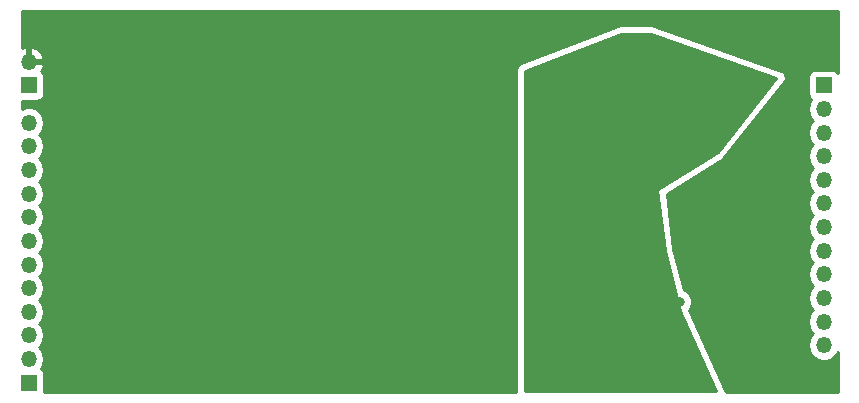
<source format=gbr>
G04 #@! TF.GenerationSoftware,KiCad,Pcbnew,(5.0.2)-1*
G04 #@! TF.CreationDate,2019-04-18T12:23:36+05:30*
G04 #@! TF.ProjectId,ti_based,74695f62-6173-4656-942e-6b696361645f,rev?*
G04 #@! TF.SameCoordinates,Original*
G04 #@! TF.FileFunction,Copper,L2,Bot*
G04 #@! TF.FilePolarity,Positive*
%FSLAX46Y46*%
G04 Gerber Fmt 4.6, Leading zero omitted, Abs format (unit mm)*
G04 Created by KiCad (PCBNEW (5.0.2)-1) date 18/04/2019 12:23:36*
%MOMM*%
%LPD*%
G01*
G04 APERTURE LIST*
G04 #@! TA.AperFunction,ComponentPad*
%ADD10R,1.350000X1.350000*%
G04 #@! TD*
G04 #@! TA.AperFunction,ComponentPad*
%ADD11O,1.350000X1.350000*%
G04 #@! TD*
G04 #@! TA.AperFunction,ViaPad*
%ADD12C,0.800000*%
G04 #@! TD*
G04 #@! TA.AperFunction,Conductor*
%ADD13C,0.250000*%
G04 #@! TD*
G04 #@! TA.AperFunction,Conductor*
%ADD14C,0.254000*%
G04 #@! TD*
G04 APERTURE END LIST*
D10*
G04 #@! TO.P,J1,1*
G04 #@! TO.N,/RAW*
X52070000Y-35560000D03*
D11*
G04 #@! TO.P,J1,2*
G04 #@! TO.N,/AGND*
X52070000Y-33560000D03*
G04 #@! TD*
G04 #@! TO.P,J2,12*
G04 #@! TO.N,Net-(J2-Pad12)*
X52070000Y-38735000D03*
G04 #@! TO.P,J2,11*
G04 #@! TO.N,Net-(J2-Pad11)*
X52070000Y-40735000D03*
G04 #@! TO.P,J2,10*
G04 #@! TO.N,Net-(J2-Pad10)*
X52070000Y-42735000D03*
G04 #@! TO.P,J2,9*
G04 #@! TO.N,Net-(J2-Pad9)*
X52070000Y-44735000D03*
G04 #@! TO.P,J2,8*
G04 #@! TO.N,Net-(J2-Pad8)*
X52070000Y-46735000D03*
G04 #@! TO.P,J2,7*
G04 #@! TO.N,Net-(J2-Pad7)*
X52070000Y-48735000D03*
G04 #@! TO.P,J2,6*
G04 #@! TO.N,Net-(J2-Pad6)*
X52070000Y-50735000D03*
G04 #@! TO.P,J2,5*
G04 #@! TO.N,Net-(J2-Pad5)*
X52070000Y-52735000D03*
G04 #@! TO.P,J2,4*
G04 #@! TO.N,Net-(J2-Pad4)*
X52070000Y-54735000D03*
G04 #@! TO.P,J2,3*
G04 #@! TO.N,Net-(J2-Pad3)*
X52070000Y-56735000D03*
G04 #@! TO.P,J2,2*
G04 #@! TO.N,Net-(J2-Pad2)*
X52070000Y-58735000D03*
D10*
G04 #@! TO.P,J2,1*
G04 #@! TO.N,Net-(J2-Pad1)*
X52070000Y-60735000D03*
G04 #@! TD*
G04 #@! TO.P,J3,1*
G04 #@! TO.N,Net-(IC3-Pad47)*
X119380000Y-35560000D03*
D11*
G04 #@! TO.P,J3,2*
G04 #@! TO.N,Net-(IC3-Pad46)*
X119380000Y-37560000D03*
G04 #@! TO.P,J3,3*
G04 #@! TO.N,Net-(IC3-Pad45)*
X119380000Y-39560000D03*
G04 #@! TO.P,J3,4*
G04 #@! TO.N,Net-(IC3-Pad44)*
X119380000Y-41560000D03*
G04 #@! TO.P,J3,5*
G04 #@! TO.N,Net-(IC3-Pad43)*
X119380000Y-43560000D03*
G04 #@! TO.P,J3,6*
G04 #@! TO.N,Net-(IC3-Pad42)*
X119380000Y-45560000D03*
G04 #@! TO.P,J3,7*
G04 #@! TO.N,Net-(IC3-Pad40)*
X119380000Y-47560000D03*
G04 #@! TO.P,J3,8*
G04 #@! TO.N,Net-(IC3-Pad39)*
X119380000Y-49560000D03*
G04 #@! TO.P,J3,9*
G04 #@! TO.N,Net-(IC3-Pad38)*
X119380000Y-51560000D03*
G04 #@! TO.P,J3,10*
G04 #@! TO.N,Net-(IC3-Pad37)*
X119380000Y-53560000D03*
G04 #@! TO.P,J3,11*
G04 #@! TO.N,Net-(IC3-Pad36)*
X119380000Y-55560000D03*
G04 #@! TO.P,J3,12*
G04 #@! TO.N,Net-(IC3-Pad34)*
X119380000Y-57560000D03*
G04 #@! TD*
D12*
G04 #@! TO.N,/AGND*
X114935000Y-37465000D03*
X85725000Y-38100000D03*
X85725000Y-42545000D03*
X85725000Y-46355000D03*
X85725000Y-50165000D03*
X85725000Y-53975000D03*
X85725000Y-57785000D03*
X92710000Y-55245000D03*
X92710000Y-58420000D03*
X92075000Y-46355000D03*
X92710000Y-43815000D03*
X91905102Y-49995102D03*
X110490000Y-51435000D03*
X57261178Y-35079610D03*
X74699658Y-30964342D03*
X65532000Y-32004000D03*
X68580000Y-35306000D03*
X69596000Y-31750000D03*
X73914000Y-36068000D03*
X59182000Y-30480000D03*
X88646000Y-32258000D03*
X118364000Y-30988000D03*
X109220000Y-30480000D03*
X92202000Y-36052010D03*
X102870000Y-30189000D03*
X92202000Y-41654990D03*
X106934000Y-46736000D03*
G04 #@! TO.N,/AVSS*
X109855000Y-37465000D03*
X100330000Y-54610000D03*
X102235000Y-60960000D03*
X107950000Y-60960000D03*
X99060000Y-59690000D03*
X96266000Y-37084000D03*
X104394000Y-43942000D03*
X102366653Y-43175347D03*
X103378000Y-50800000D03*
X107188000Y-53885000D03*
G04 #@! TD*
D13*
G04 #@! TO.N,/AVSS*
X99060000Y-55880000D02*
X100330000Y-54610000D01*
X99060000Y-59690000D02*
X99060000Y-55880000D01*
X109474000Y-37084000D02*
X109855000Y-37465000D01*
X96266000Y-37084000D02*
X109474000Y-37084000D01*
X109855000Y-38481000D02*
X109855000Y-37465000D01*
X104394000Y-43942000D02*
X109855000Y-38481000D01*
X103627347Y-43175347D02*
X104394000Y-43942000D01*
X102366653Y-43175347D02*
X103627347Y-43175347D01*
X103994001Y-44341999D02*
X103994001Y-50183999D01*
X104394000Y-43942000D02*
X103994001Y-44341999D01*
X103994001Y-50183999D02*
X103378000Y-50800000D01*
X100330000Y-53848000D02*
X103378000Y-50800000D01*
X100330000Y-54610000D02*
X100330000Y-53848000D01*
X103378000Y-50800000D02*
X104103000Y-50800000D01*
X104103000Y-50800000D02*
X107188000Y-53885000D01*
X100965000Y-59690000D02*
X102235000Y-60960000D01*
X99060000Y-59690000D02*
X100965000Y-59690000D01*
X107550001Y-61359999D02*
X107950000Y-60960000D01*
X102634999Y-61359999D02*
X107550001Y-61359999D01*
X102235000Y-60960000D02*
X102634999Y-61359999D01*
G04 #@! TD*
D14*
G04 #@! TO.N,/AGND*
G36*
X120575001Y-31680070D02*
X120575000Y-31680075D01*
X120575000Y-34520266D01*
X120512809Y-34427191D01*
X120302765Y-34286843D01*
X120055000Y-34237560D01*
X118705000Y-34237560D01*
X118457235Y-34286843D01*
X118247191Y-34427191D01*
X118106843Y-34637235D01*
X118057560Y-34885000D01*
X118057560Y-36235000D01*
X118106843Y-36482765D01*
X118247191Y-36692809D01*
X118341714Y-36755968D01*
X118146007Y-37048864D01*
X118044336Y-37560000D01*
X118146007Y-38071136D01*
X118435543Y-38504457D01*
X118518669Y-38560000D01*
X118435543Y-38615543D01*
X118146007Y-39048864D01*
X118044336Y-39560000D01*
X118146007Y-40071136D01*
X118435543Y-40504457D01*
X118518669Y-40560000D01*
X118435543Y-40615543D01*
X118146007Y-41048864D01*
X118044336Y-41560000D01*
X118146007Y-42071136D01*
X118435543Y-42504457D01*
X118518669Y-42560000D01*
X118435543Y-42615543D01*
X118146007Y-43048864D01*
X118044336Y-43560000D01*
X118146007Y-44071136D01*
X118435543Y-44504457D01*
X118518669Y-44560000D01*
X118435543Y-44615543D01*
X118146007Y-45048864D01*
X118044336Y-45560000D01*
X118146007Y-46071136D01*
X118435543Y-46504457D01*
X118518669Y-46560000D01*
X118435543Y-46615543D01*
X118146007Y-47048864D01*
X118044336Y-47560000D01*
X118146007Y-48071136D01*
X118435543Y-48504457D01*
X118518669Y-48560000D01*
X118435543Y-48615543D01*
X118146007Y-49048864D01*
X118044336Y-49560000D01*
X118146007Y-50071136D01*
X118435543Y-50504457D01*
X118518669Y-50560000D01*
X118435543Y-50615543D01*
X118146007Y-51048864D01*
X118044336Y-51560000D01*
X118146007Y-52071136D01*
X118435543Y-52504457D01*
X118518669Y-52560000D01*
X118435543Y-52615543D01*
X118146007Y-53048864D01*
X118044336Y-53560000D01*
X118146007Y-54071136D01*
X118435543Y-54504457D01*
X118518669Y-54560000D01*
X118435543Y-54615543D01*
X118146007Y-55048864D01*
X118044336Y-55560000D01*
X118146007Y-56071136D01*
X118435543Y-56504457D01*
X118518669Y-56560000D01*
X118435543Y-56615543D01*
X118146007Y-57048864D01*
X118044336Y-57560000D01*
X118146007Y-58071136D01*
X118435543Y-58504457D01*
X118868864Y-58793993D01*
X119250978Y-58870000D01*
X119509022Y-58870000D01*
X119891136Y-58793993D01*
X120324457Y-58504457D01*
X120575001Y-58129492D01*
X120575001Y-61520000D01*
X111112102Y-61520000D01*
X111068083Y-61332235D01*
X107985705Y-54551006D01*
X108065431Y-54471280D01*
X108223000Y-54090874D01*
X108223000Y-53679126D01*
X108065431Y-53298720D01*
X107774280Y-53007569D01*
X107545214Y-52912687D01*
X106670340Y-49413190D01*
X106090389Y-44773579D01*
X110826549Y-41813479D01*
X110985852Y-41671681D01*
X116065852Y-35321681D01*
X116168799Y-35136341D01*
X116204095Y-34891103D01*
X116142855Y-34651026D01*
X115994404Y-34452659D01*
X115781341Y-34326201D01*
X104986341Y-30516201D01*
X104775000Y-30480000D01*
X102235000Y-30480000D01*
X102007048Y-30522326D01*
X93752048Y-33697326D01*
X93530987Y-33840987D01*
X93393336Y-34046996D01*
X93345000Y-34290000D01*
X93345000Y-61520000D01*
X53370560Y-61520000D01*
X53392440Y-61410000D01*
X53392440Y-60060000D01*
X53343157Y-59812235D01*
X53202809Y-59602191D01*
X53108286Y-59539032D01*
X53303993Y-59246136D01*
X53405664Y-58735000D01*
X53303993Y-58223864D01*
X53014457Y-57790543D01*
X52931331Y-57735000D01*
X53014457Y-57679457D01*
X53303993Y-57246136D01*
X53405664Y-56735000D01*
X53303993Y-56223864D01*
X53014457Y-55790543D01*
X52931331Y-55735000D01*
X53014457Y-55679457D01*
X53303993Y-55246136D01*
X53405664Y-54735000D01*
X53303993Y-54223864D01*
X53014457Y-53790543D01*
X52931331Y-53735000D01*
X53014457Y-53679457D01*
X53303993Y-53246136D01*
X53405664Y-52735000D01*
X53303993Y-52223864D01*
X53014457Y-51790543D01*
X52931331Y-51735000D01*
X53014457Y-51679457D01*
X53303993Y-51246136D01*
X53405664Y-50735000D01*
X53303993Y-50223864D01*
X53014457Y-49790543D01*
X52931331Y-49735000D01*
X53014457Y-49679457D01*
X53303993Y-49246136D01*
X53405664Y-48735000D01*
X53303993Y-48223864D01*
X53014457Y-47790543D01*
X52931331Y-47735000D01*
X53014457Y-47679457D01*
X53303993Y-47246136D01*
X53405664Y-46735000D01*
X53303993Y-46223864D01*
X53014457Y-45790543D01*
X52931331Y-45735000D01*
X53014457Y-45679457D01*
X53303993Y-45246136D01*
X53405664Y-44735000D01*
X53303993Y-44223864D01*
X53014457Y-43790543D01*
X52931331Y-43735000D01*
X53014457Y-43679457D01*
X53303993Y-43246136D01*
X53405664Y-42735000D01*
X53303993Y-42223864D01*
X53014457Y-41790543D01*
X52931331Y-41735000D01*
X53014457Y-41679457D01*
X53303993Y-41246136D01*
X53405664Y-40735000D01*
X53303993Y-40223864D01*
X53014457Y-39790543D01*
X52931331Y-39735000D01*
X53014457Y-39679457D01*
X53303993Y-39246136D01*
X53405664Y-38735000D01*
X53303993Y-38223864D01*
X53014457Y-37790543D01*
X52581136Y-37501007D01*
X52199022Y-37425000D01*
X51940978Y-37425000D01*
X51558864Y-37501007D01*
X51510000Y-37533657D01*
X51510000Y-36882440D01*
X52745000Y-36882440D01*
X52992765Y-36833157D01*
X53202809Y-36692809D01*
X53343157Y-36482765D01*
X53392440Y-36235000D01*
X53392440Y-34885000D01*
X53343157Y-34637235D01*
X53202809Y-34427191D01*
X53087070Y-34349856D01*
X53199478Y-34223633D01*
X53337910Y-33889400D01*
X53214224Y-33687000D01*
X52197000Y-33687000D01*
X52197000Y-33707000D01*
X51943000Y-33707000D01*
X51943000Y-33687000D01*
X51923000Y-33687000D01*
X51923000Y-33433000D01*
X51943000Y-33433000D01*
X51943000Y-32414910D01*
X52197000Y-32414910D01*
X52197000Y-33433000D01*
X53214224Y-33433000D01*
X53337910Y-33230600D01*
X53199478Y-32896367D01*
X52859540Y-32514651D01*
X52399402Y-32292080D01*
X52197000Y-32414910D01*
X51943000Y-32414910D01*
X51740598Y-32292080D01*
X51510000Y-32403621D01*
X51510000Y-29285000D01*
X120575000Y-29285000D01*
X120575001Y-31680070D01*
X120575001Y-31680070D01*
G37*
X120575001Y-31680070D02*
X120575000Y-31680075D01*
X120575000Y-34520266D01*
X120512809Y-34427191D01*
X120302765Y-34286843D01*
X120055000Y-34237560D01*
X118705000Y-34237560D01*
X118457235Y-34286843D01*
X118247191Y-34427191D01*
X118106843Y-34637235D01*
X118057560Y-34885000D01*
X118057560Y-36235000D01*
X118106843Y-36482765D01*
X118247191Y-36692809D01*
X118341714Y-36755968D01*
X118146007Y-37048864D01*
X118044336Y-37560000D01*
X118146007Y-38071136D01*
X118435543Y-38504457D01*
X118518669Y-38560000D01*
X118435543Y-38615543D01*
X118146007Y-39048864D01*
X118044336Y-39560000D01*
X118146007Y-40071136D01*
X118435543Y-40504457D01*
X118518669Y-40560000D01*
X118435543Y-40615543D01*
X118146007Y-41048864D01*
X118044336Y-41560000D01*
X118146007Y-42071136D01*
X118435543Y-42504457D01*
X118518669Y-42560000D01*
X118435543Y-42615543D01*
X118146007Y-43048864D01*
X118044336Y-43560000D01*
X118146007Y-44071136D01*
X118435543Y-44504457D01*
X118518669Y-44560000D01*
X118435543Y-44615543D01*
X118146007Y-45048864D01*
X118044336Y-45560000D01*
X118146007Y-46071136D01*
X118435543Y-46504457D01*
X118518669Y-46560000D01*
X118435543Y-46615543D01*
X118146007Y-47048864D01*
X118044336Y-47560000D01*
X118146007Y-48071136D01*
X118435543Y-48504457D01*
X118518669Y-48560000D01*
X118435543Y-48615543D01*
X118146007Y-49048864D01*
X118044336Y-49560000D01*
X118146007Y-50071136D01*
X118435543Y-50504457D01*
X118518669Y-50560000D01*
X118435543Y-50615543D01*
X118146007Y-51048864D01*
X118044336Y-51560000D01*
X118146007Y-52071136D01*
X118435543Y-52504457D01*
X118518669Y-52560000D01*
X118435543Y-52615543D01*
X118146007Y-53048864D01*
X118044336Y-53560000D01*
X118146007Y-54071136D01*
X118435543Y-54504457D01*
X118518669Y-54560000D01*
X118435543Y-54615543D01*
X118146007Y-55048864D01*
X118044336Y-55560000D01*
X118146007Y-56071136D01*
X118435543Y-56504457D01*
X118518669Y-56560000D01*
X118435543Y-56615543D01*
X118146007Y-57048864D01*
X118044336Y-57560000D01*
X118146007Y-58071136D01*
X118435543Y-58504457D01*
X118868864Y-58793993D01*
X119250978Y-58870000D01*
X119509022Y-58870000D01*
X119891136Y-58793993D01*
X120324457Y-58504457D01*
X120575001Y-58129492D01*
X120575001Y-61520000D01*
X111112102Y-61520000D01*
X111068083Y-61332235D01*
X107985705Y-54551006D01*
X108065431Y-54471280D01*
X108223000Y-54090874D01*
X108223000Y-53679126D01*
X108065431Y-53298720D01*
X107774280Y-53007569D01*
X107545214Y-52912687D01*
X106670340Y-49413190D01*
X106090389Y-44773579D01*
X110826549Y-41813479D01*
X110985852Y-41671681D01*
X116065852Y-35321681D01*
X116168799Y-35136341D01*
X116204095Y-34891103D01*
X116142855Y-34651026D01*
X115994404Y-34452659D01*
X115781341Y-34326201D01*
X104986341Y-30516201D01*
X104775000Y-30480000D01*
X102235000Y-30480000D01*
X102007048Y-30522326D01*
X93752048Y-33697326D01*
X93530987Y-33840987D01*
X93393336Y-34046996D01*
X93345000Y-34290000D01*
X93345000Y-61520000D01*
X53370560Y-61520000D01*
X53392440Y-61410000D01*
X53392440Y-60060000D01*
X53343157Y-59812235D01*
X53202809Y-59602191D01*
X53108286Y-59539032D01*
X53303993Y-59246136D01*
X53405664Y-58735000D01*
X53303993Y-58223864D01*
X53014457Y-57790543D01*
X52931331Y-57735000D01*
X53014457Y-57679457D01*
X53303993Y-57246136D01*
X53405664Y-56735000D01*
X53303993Y-56223864D01*
X53014457Y-55790543D01*
X52931331Y-55735000D01*
X53014457Y-55679457D01*
X53303993Y-55246136D01*
X53405664Y-54735000D01*
X53303993Y-54223864D01*
X53014457Y-53790543D01*
X52931331Y-53735000D01*
X53014457Y-53679457D01*
X53303993Y-53246136D01*
X53405664Y-52735000D01*
X53303993Y-52223864D01*
X53014457Y-51790543D01*
X52931331Y-51735000D01*
X53014457Y-51679457D01*
X53303993Y-51246136D01*
X53405664Y-50735000D01*
X53303993Y-50223864D01*
X53014457Y-49790543D01*
X52931331Y-49735000D01*
X53014457Y-49679457D01*
X53303993Y-49246136D01*
X53405664Y-48735000D01*
X53303993Y-48223864D01*
X53014457Y-47790543D01*
X52931331Y-47735000D01*
X53014457Y-47679457D01*
X53303993Y-47246136D01*
X53405664Y-46735000D01*
X53303993Y-46223864D01*
X53014457Y-45790543D01*
X52931331Y-45735000D01*
X53014457Y-45679457D01*
X53303993Y-45246136D01*
X53405664Y-44735000D01*
X53303993Y-44223864D01*
X53014457Y-43790543D01*
X52931331Y-43735000D01*
X53014457Y-43679457D01*
X53303993Y-43246136D01*
X53405664Y-42735000D01*
X53303993Y-42223864D01*
X53014457Y-41790543D01*
X52931331Y-41735000D01*
X53014457Y-41679457D01*
X53303993Y-41246136D01*
X53405664Y-40735000D01*
X53303993Y-40223864D01*
X53014457Y-39790543D01*
X52931331Y-39735000D01*
X53014457Y-39679457D01*
X53303993Y-39246136D01*
X53405664Y-38735000D01*
X53303993Y-38223864D01*
X53014457Y-37790543D01*
X52581136Y-37501007D01*
X52199022Y-37425000D01*
X51940978Y-37425000D01*
X51558864Y-37501007D01*
X51510000Y-37533657D01*
X51510000Y-36882440D01*
X52745000Y-36882440D01*
X52992765Y-36833157D01*
X53202809Y-36692809D01*
X53343157Y-36482765D01*
X53392440Y-36235000D01*
X53392440Y-34885000D01*
X53343157Y-34637235D01*
X53202809Y-34427191D01*
X53087070Y-34349856D01*
X53199478Y-34223633D01*
X53337910Y-33889400D01*
X53214224Y-33687000D01*
X52197000Y-33687000D01*
X52197000Y-33707000D01*
X51943000Y-33707000D01*
X51943000Y-33687000D01*
X51923000Y-33687000D01*
X51923000Y-33433000D01*
X51943000Y-33433000D01*
X51943000Y-32414910D01*
X52197000Y-32414910D01*
X52197000Y-33433000D01*
X53214224Y-33433000D01*
X53337910Y-33230600D01*
X53199478Y-32896367D01*
X52859540Y-32514651D01*
X52399402Y-32292080D01*
X52197000Y-32414910D01*
X51943000Y-32414910D01*
X51740598Y-32292080D01*
X51510000Y-32403621D01*
X51510000Y-29285000D01*
X120575000Y-29285000D01*
X120575001Y-31680070D01*
G04 #@! TO.N,/AVSS*
G36*
X115359152Y-34985261D02*
X110404346Y-41178769D01*
X105342690Y-44342304D01*
X105306600Y-44376260D01*
X105286252Y-44421443D01*
X105283981Y-44465752D01*
X105918981Y-49545752D01*
X105921792Y-49560802D01*
X107191792Y-54640802D01*
X107199383Y-54662553D01*
X110292768Y-61468000D01*
X94107000Y-61468000D01*
X94107000Y-34377223D01*
X102258581Y-31242000D01*
X104753245Y-31242000D01*
X115359152Y-34985261D01*
X115359152Y-34985261D01*
G37*
X115359152Y-34985261D02*
X110404346Y-41178769D01*
X105342690Y-44342304D01*
X105306600Y-44376260D01*
X105286252Y-44421443D01*
X105283981Y-44465752D01*
X105918981Y-49545752D01*
X105921792Y-49560802D01*
X107191792Y-54640802D01*
X107199383Y-54662553D01*
X110292768Y-61468000D01*
X94107000Y-61468000D01*
X94107000Y-34377223D01*
X102258581Y-31242000D01*
X104753245Y-31242000D01*
X115359152Y-34985261D01*
G04 #@! TD*
M02*

</source>
